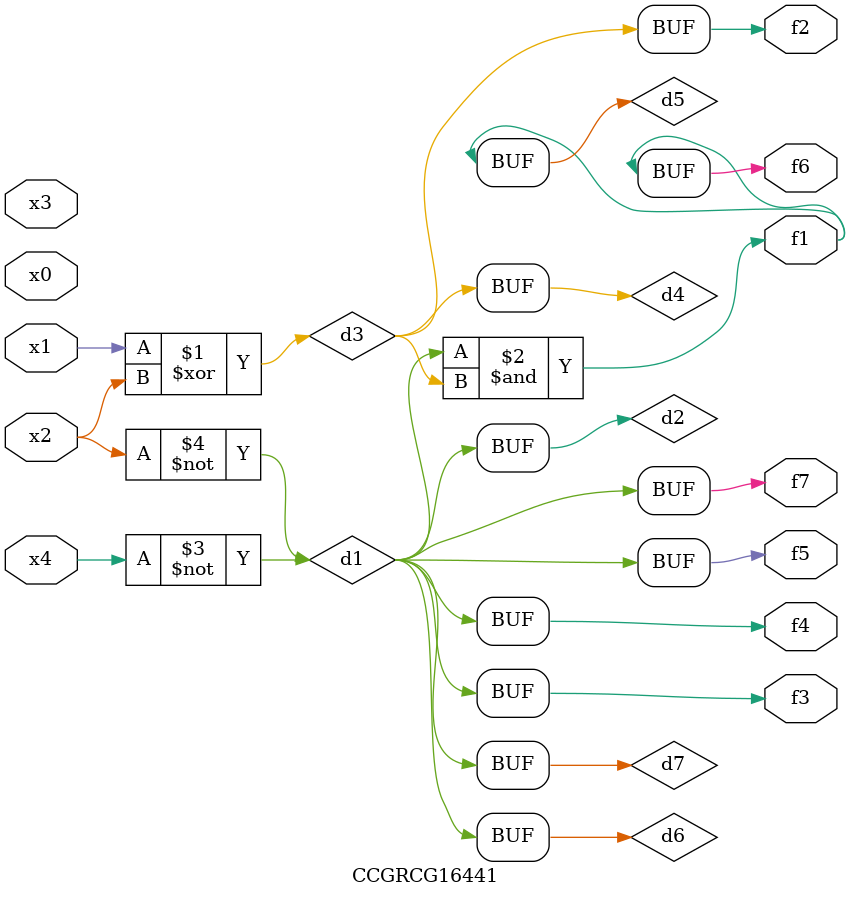
<source format=v>
module CCGRCG16441(
	input x0, x1, x2, x3, x4,
	output f1, f2, f3, f4, f5, f6, f7
);

	wire d1, d2, d3, d4, d5, d6, d7;

	not (d1, x4);
	not (d2, x2);
	xor (d3, x1, x2);
	buf (d4, d3);
	and (d5, d1, d3);
	buf (d6, d1, d2);
	buf (d7, d2);
	assign f1 = d5;
	assign f2 = d4;
	assign f3 = d7;
	assign f4 = d7;
	assign f5 = d7;
	assign f6 = d5;
	assign f7 = d7;
endmodule

</source>
